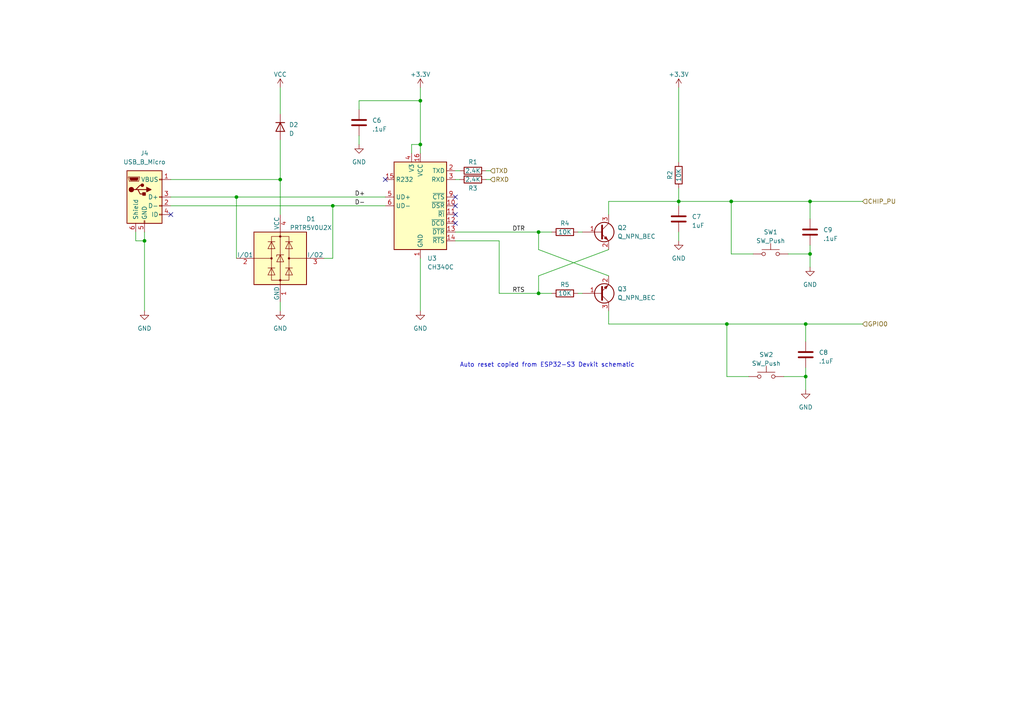
<source format=kicad_sch>
(kicad_sch (version 20230121) (generator eeschema)
  (paper "A4")
  (lib_symbols
    (symbol "Connector:USB_B_Micro" (pin_names (offset 1.016))
      (property "Reference" "J" (at -5.08 11.43 0))
      (property "Value" "USB_B_Micro" (at -5.08 8.89 0))
      (symbol "USB_B_Micro_0_1"
        (rectangle (start -5.08 -7.62) (end 5.08 7.62) (stroke (width 0.254)) (fill (type background)))
        (circle (center -3.81 2.159) (radius 0.635) (stroke (width 0.254)) (fill (type outline)))
        (circle (center -0.635 3.429) (radius 0.381) (stroke (width 0.254)) (fill (type outline)))
        (rectangle (start -0.127 -7.62) (end 0.127 -6.858))
        (polyline (pts (xy -1.905 2.159) (xy 0.635 2.159)) (stroke (width 0.254)))
        (polyline (pts (xy -3.175 2.159) (xy -2.54 2.159) (xy -1.27 3.429) (xy -0.635 3.429)) (stroke (width 0.254)))
        (polyline (pts (xy -2.54 2.159) (xy -1.905 2.159) (xy -1.27 0.889) (xy 0 0.889)) (stroke (width 0.254)))
        (polyline (pts (xy 0.635 2.794) (xy 0.635 1.524) (xy 1.905 2.159) (xy 0.635 2.794)) (stroke (width 0.254)) (fill (type outline)))
        (polyline (pts (xy -4.318 5.588) (xy -1.778 5.588) (xy -2.032 4.826) (xy -4.064 4.826) (xy -4.318 5.588)) (fill (type outline)))
        (polyline (pts (xy -4.699 5.842) (xy -4.699 5.588) (xy -4.445 4.826) (xy -4.445 4.572) (xy -1.651 4.572) (xy -1.651 4.826) (xy -1.397 5.588) (xy -1.397 5.842) (xy -4.699 5.842)))
        (rectangle (start 0.254 1.27) (end -0.508 0.508) (stroke (width 0.254)) (fill (type outline)))
        (rectangle (start 5.08 -5.207) (end 4.318 -4.953))
        (rectangle (start 5.08 -2.667) (end 4.318 -2.413))
        (rectangle (start 5.08 -0.127) (end 4.318 0.127))
        (rectangle (start 5.08 4.953) (end 4.318 5.207))
      )
      (symbol "USB_B_Micro_1_1"
        (pin power_out line (at 7.62 5.08 180) (length 2.54) (name "VBUS") (number "1"))
        (pin bidirectional line (at 7.62 -2.54 180) (length 2.54) (name "D-") (number "2"))
        (pin bidirectional line (at 7.62 0 180) (length 2.54) (name "D+") (number "3"))
        (pin passive line (at 7.62 -5.08 180) (length 2.54) (name "ID") (number "4"))
        (pin power_out line (at 0 -10.16 90) (length 2.54) (name "GND") (number "5"))
        (pin passive line (at -2.54 -10.16 90) (length 2.54) (name "Shield") (number "6"))
      )
    )
    (symbol "Device:C" (pin_numbers hide) (pin_names (offset 0.254))
      (property "Reference" "C" (at 0.635 2.54 0))
      (property "Value" "C" (at 0.635 -2.54 0))
      (symbol "C_0_1"
        (polyline (pts (xy -2.032 -0.762) (xy 2.032 -0.762)) (stroke (width 0.508)))
        (polyline (pts (xy -2.032 0.762) (xy 2.032 0.762)) (stroke (width 0.508)))
      )
      (symbol "C_1_1"
        (pin passive line (at 0 3.81 270) (length 2.794) (name "~") (number "1"))
        (pin passive line (at 0 -3.81 90) (length 2.794) (name "~") (number "2"))
      )
    )
    (symbol "Device:D" (pin_numbers hide) (pin_names (offset 1.016) hide)
      (property "Reference" "D" (at 0 2.54 0))
      (property "Value" "D" (at 0 -2.54 0))
      (symbol "D_0_1"
        (polyline (pts (xy -1.27 1.27) (xy -1.27 -1.27)) (stroke (width 0.254)))
        (polyline (pts (xy 1.27 0) (xy -1.27 0)))
        (polyline (pts (xy 1.27 1.27) (xy 1.27 -1.27) (xy -1.27 0) (xy 1.27 1.27)) (stroke (width 0.254)))
      )
      (symbol "D_1_1"
        (pin passive line (at -3.81 0 0) (length 2.54) (name "K") (number "1"))
        (pin passive line (at 3.81 0 180) (length 2.54) (name "A") (number "2"))
      )
    )
    (symbol "Device:Q_NPN_BEC" (pin_names (offset 0) hide)
      (property "Reference" "Q" (at 5.08 1.27 0))
      (property "Value" "Q_NPN_BEC" (at 5.08 -1.27 0))
      (symbol "Q_NPN_BEC_0_1"
        (polyline (pts (xy 0.635 0.635) (xy 2.54 2.54)))
        (polyline (pts (xy 0.635 -0.635) (xy 2.54 -2.54) (xy 2.54 -2.54)))
        (polyline (pts (xy 0.635 1.905) (xy 0.635 -1.905) (xy 0.635 -1.905)) (stroke (width 0.508)))
        (polyline (pts (xy 1.27 -1.778) (xy 1.778 -1.27) (xy 2.286 -2.286) (xy 1.27 -1.778) (xy 1.27 -1.778)) (fill (type outline)))
        (circle (center 1.27 0) (radius 2.8194) (stroke (width 0.254)))
      )
      (symbol "Q_NPN_BEC_1_1"
        (pin input line (at -5.08 0 0) (length 5.715) (name "B") (number "1"))
        (pin passive line (at 2.54 -5.08 90) (length 2.54) (name "E") (number "2"))
        (pin passive line (at 2.54 5.08 270) (length 2.54) (name "C") (number "3"))
      )
    )
    (symbol "Device:R" (pin_numbers hide) (pin_names (offset 0))
      (property "Reference" "R" (at 2.032 0 90))
      (property "Value" "R" (at 0 0 90))
      (symbol "R_0_1"
        (rectangle (start -1.016 -2.54) (end 1.016 2.54) (stroke (width 0.254)))
      )
      (symbol "R_1_1"
        (pin passive line (at 0 3.81 270) (length 1.27) (name "~") (number "1"))
        (pin passive line (at 0 -3.81 90) (length 1.27) (name "~") (number "2"))
      )
    )
    (symbol "Interface_USB:CH340C"
      (property "Reference" "U" (at -5.08 13.97 0))
      (property "Value" "CH340C" (at 1.27 13.97 0))
      (symbol "CH340C_0_1"
        (rectangle (start -7.62 12.7) (end 7.62 -12.7) (stroke (width 0.254)) (fill (type background)))
      )
      (symbol "CH340C_1_1"
        (pin power_in line (at 0 -15.24 90) (length 2.54) (name "GND") (number "1"))
        (pin input line (at 10.16 0 180) (length 2.54) (name "~{DSR}") (number "10"))
        (pin input line (at 10.16 -2.54 180) (length 2.54) (name "~{RI}") (number "11"))
        (pin input line (at 10.16 -5.08 180) (length 2.54) (name "~{DCD}") (number "12"))
        (pin output line (at 10.16 -7.62 180) (length 2.54) (name "~{DTR}") (number "13"))
        (pin output line (at 10.16 -10.16 180) (length 2.54) (name "~{RTS}") (number "14"))
        (pin input line (at -10.16 7.62 0) (length 2.54) (name "R232") (number "15"))
        (pin power_in line (at 0 15.24 270) (length 2.54) (name "VCC") (number "16"))
        (pin output line (at 10.16 10.16 180) (length 2.54) (name "TXD") (number "2"))
        (pin input line (at 10.16 7.62 180) (length 2.54) (name "RXD") (number "3"))
        (pin passive line (at -2.54 15.24 270) (length 2.54) (name "V3") (number "4"))
        (pin bidirectional line (at -10.16 2.54 0) (length 2.54) (name "UD+") (number "5"))
        (pin bidirectional line (at -10.16 0 0) (length 2.54) (name "UD-") (number "6"))
        (pin no_connect line (at -7.62 -7.62 0) (length 2.54) hide (name "NC") (number "7"))
        (pin no_connect line (at -7.62 -10.16 0) (length 2.54) hide (name "NC") (number "8"))
        (pin input line (at 10.16 2.54 180) (length 2.54) (name "~{CTS}") (number "9"))
      )
    )
    (symbol "Power_Protection:PRTR5V0U2X" (pin_names (offset 0))
      (property "Reference" "D" (at 2.794 8.636 0))
      (property "Value" "PRTR5V0U2X" (at 8.128 -9.398 0))
      (symbol "PRTR5V0U2X_0_1"
        (rectangle (start -7.62 -7.62) (end 7.62 7.62) (stroke (width 0.254)) (fill (type background)))
        (circle (center -2.54 0) (radius 0.254) (fill (type outline)))
        (rectangle (start -2.54 6.35) (end 2.54 -6.35))
        (circle (center 0 -6.35) (radius 0.254) (fill (type outline)))
        (polyline (pts (xy -2.54 0) (xy -7.62 0)))
        (polyline (pts (xy -1.524 -2.794) (xy -3.556 -2.794)))
        (polyline (pts (xy -1.524 4.826) (xy -3.556 4.826)))
        (polyline (pts (xy 0 -7.62) (xy 0 7.62)))
        (polyline (pts (xy 1.524 -2.794) (xy 3.556 -2.794)))
        (polyline (pts (xy 1.524 4.826) (xy 3.556 4.826)))
        (polyline (pts (xy 2.54 0) (xy 7.62 0)))
        (polyline (pts (xy 1.016 1.016) (xy -1.016 1.016) (xy -1.016 0.508)))
        (polyline (pts (xy -3.556 -4.826) (xy -1.524 -4.826) (xy -2.54 -2.794) (xy -3.556 -4.826)))
        (polyline (pts (xy -3.556 2.794) (xy -1.524 2.794) (xy -2.54 4.826) (xy -3.556 2.794)))
        (polyline (pts (xy -1.016 -1.016) (xy 1.016 -1.016) (xy 0 1.016) (xy -1.016 -1.016)))
        (polyline (pts (xy 3.556 -4.826) (xy 1.524 -4.826) (xy 2.54 -2.794) (xy 3.556 -4.826)))
        (polyline (pts (xy 3.556 2.794) (xy 1.524 2.794) (xy 2.54 4.826) (xy 3.556 2.794)))
        (circle (center 0 6.35) (radius 0.254) (fill (type outline)))
        (circle (center 2.54 0) (radius 0.254) (fill (type outline)))
      )
      (symbol "PRTR5V0U2X_1_1"
        (pin passive line (at 0 -12.7 90) (length 5.08) (name "GND") (number "1"))
        (pin passive line (at -12.7 0 0) (length 5.08) (name "I/O1") (number "2"))
        (pin passive line (at 12.7 0 180) (length 5.08) (name "I/O2") (number "3"))
        (pin passive line (at 0 12.7 270) (length 5.08) (name "VCC") (number "4"))
      )
    )
    (symbol "Switch:SW_Push" (pin_numbers hide) (pin_names (offset 1.016) hide)
      (property "Reference" "SW" (at 1.27 2.54 0))
      (property "Value" "SW_Push" (at 0 -1.524 0))
      (symbol "SW_Push_0_1"
        (circle (center -2.032 0) (radius 0.508))
        (polyline (pts (xy 0 1.27) (xy 0 3.048)))
        (polyline (pts (xy 2.54 1.27) (xy -2.54 1.27)))
        (circle (center 2.032 0) (radius 0.508))
        (pin passive line (at -5.08 0 0) (length 2.54) (name "1") (number "1"))
        (pin passive line (at 5.08 0 180) (length 2.54) (name "2") (number "2"))
      )
    )
    (symbol "power:+3.3V" (power) (pin_names (offset 0))
      (property "Value" "+3.3V" (at 0 3.556 0))
      (symbol "+3.3V_0_1"
        (polyline (pts (xy -0.762 1.27) (xy 0 2.54)))
        (polyline (pts (xy 0 0) (xy 0 2.54)))
        (polyline (pts (xy 0 2.54) (xy 0.762 1.27)))
      )
      (symbol "+3.3V_1_1"
        (pin power_in line (at 0 0 90) (length 0) hide (name "+3.3V") (number "1"))
      )
    )
    (symbol "power:GND" (power) (pin_names (offset 0))
      (property "Value" "GND" (at 0 -3.81 0))
      (symbol "GND_0_1"
        (polyline (pts (xy 0 0) (xy 0 -1.27) (xy 1.27 -1.27) (xy 0 -2.54) (xy -1.27 -1.27) (xy 0 -1.27)))
      )
      (symbol "GND_1_1"
        (pin power_in line (at 0 0 270) (length 0) hide (name "GND") (number "1"))
      )
    )
    (symbol "power:VCC" (power) (pin_names (offset 0))
      (property "Value" "VCC" (at 0 3.81 0))
      (symbol "VCC_0_1"
        (polyline (pts (xy -0.762 1.27) (xy 0 2.54)))
        (polyline (pts (xy 0 0) (xy 0 2.54)))
        (polyline (pts (xy 0 2.54) (xy 0.762 1.27)))
      )
      (symbol "VCC_1_1"
        (pin power_in line (at 0 0 90) (length 0) hide (name "VCC") (number "1"))
      )
    )
  )
  (junction (at 233.68 109.22))
  (junction (at 196.85 58.42))
  (junction (at 210.82 93.98))
  (junction (at 156.21 67.31))
  (junction (at 234.95 58.42))
  (junction (at 81.28 52.07))
  (junction (at 212.09 58.42))
  (junction (at 121.92 29.21))
  (junction (at 121.92 41.91))
  (junction (at 41.91 69.85))
  (junction (at 68.58 57.15))
  (junction (at 96.52 59.69))
  (junction (at 233.68 93.98))
  (junction (at 156.21 85.09))
  (junction (at 234.95 73.66))
  (no_connect (at 132.08 57.15))
  (no_connect (at 132.08 62.23))
  (no_connect (at 132.08 64.77))
  (no_connect (at 111.76 52.07))
  (no_connect (at 132.08 59.69))
  (no_connect (at 49.53 62.23))
  (wire (pts (xy 227.33 109.22) (xy 233.68 109.22)))
  (wire (pts (xy 176.53 93.98) (xy 176.53 90.17)))
  (wire (pts (xy 121.92 29.21) (xy 121.92 41.91)))
  (wire (pts (xy 196.85 58.42) (xy 196.85 59.69)))
  (wire (pts (xy 133.35 49.53) (xy 132.08 49.53)))
  (wire (pts (xy 218.44 73.66) (xy 212.09 73.66)))
  (wire (pts (xy 142.24 49.53) (xy 140.97 49.53)))
  (wire (pts (xy 212.09 73.66) (xy 212.09 58.42)))
  (wire (pts (xy 196.85 69.85) (xy 196.85 67.31)))
  (wire (pts (xy 233.68 99.06) (xy 233.68 93.98)))
  (wire (pts (xy 119.38 41.91) (xy 121.92 41.91)))
  (wire (pts (xy 81.28 25.4) (xy 81.28 33.02)))
  (wire (pts (xy 39.37 69.85) (xy 41.91 69.85)))
  (wire (pts (xy 234.95 58.42) (xy 250.19 58.42)))
  (wire (pts (xy 39.37 67.31) (xy 39.37 69.85)))
  (wire (pts (xy 144.78 85.09) (xy 156.21 85.09)))
  (wire (pts (xy 104.14 41.91) (xy 104.14 39.37)))
  (wire (pts (xy 196.85 25.4) (xy 196.85 46.99)))
  (wire (pts (xy 81.28 52.07) (xy 81.28 62.23)))
  (wire (pts (xy 142.24 52.07) (xy 140.97 52.07)))
  (wire (pts (xy 233.68 93.98) (xy 210.82 93.98)))
  (wire (pts (xy 176.53 58.42) (xy 196.85 58.42)))
  (wire (pts (xy 233.68 113.03) (xy 233.68 109.22)))
  (wire (pts (xy 167.64 67.31) (xy 168.91 67.31)))
  (wire (pts (xy 119.38 44.45) (xy 119.38 41.91)))
  (wire (pts (xy 196.85 58.42) (xy 212.09 58.42)))
  (wire (pts (xy 144.78 69.85) (xy 144.78 85.09)))
  (wire (pts (xy 156.21 80.01) (xy 156.21 85.09)))
  (wire (pts (xy 212.09 58.42) (xy 234.95 58.42)))
  (wire (pts (xy 167.64 85.09) (xy 168.91 85.09)))
  (wire (pts (xy 81.28 87.63) (xy 81.28 90.17)))
  (wire (pts (xy 68.58 74.93) (xy 68.58 57.15)))
  (wire (pts (xy 210.82 109.22) (xy 210.82 93.98)))
  (wire (pts (xy 96.52 74.93) (xy 93.98 74.93)))
  (wire (pts (xy 132.08 67.31) (xy 156.21 67.31)))
  (wire (pts (xy 121.92 25.4) (xy 121.92 29.21)))
  (wire (pts (xy 96.52 59.69) (xy 111.76 59.69)))
  (wire (pts (xy 234.95 77.47) (xy 234.95 73.66)))
  (wire (pts (xy 41.91 69.85) (xy 41.91 90.17)))
  (wire (pts (xy 68.58 57.15) (xy 111.76 57.15)))
  (wire (pts (xy 210.82 93.98) (xy 176.53 93.98)))
  (wire (pts (xy 49.53 52.07) (xy 81.28 52.07)))
  (wire (pts (xy 217.17 109.22) (xy 210.82 109.22)))
  (wire (pts (xy 104.14 29.21) (xy 121.92 29.21)))
  (wire (pts (xy 156.21 67.31) (xy 156.21 72.39)))
  (wire (pts (xy 234.95 73.66) (xy 234.95 71.12)))
  (wire (pts (xy 233.68 109.22) (xy 233.68 106.68)))
  (wire (pts (xy 81.28 40.64) (xy 81.28 52.07)))
  (wire (pts (xy 156.21 80.01) (xy 176.53 72.39)))
  (wire (pts (xy 250.19 93.98) (xy 233.68 93.98)))
  (wire (pts (xy 133.35 52.07) (xy 132.08 52.07)))
  (wire (pts (xy 176.53 62.23) (xy 176.53 58.42)))
  (wire (pts (xy 49.53 59.69) (xy 96.52 59.69)))
  (wire (pts (xy 121.92 74.93) (xy 121.92 90.17)))
  (wire (pts (xy 176.53 80.01) (xy 156.21 72.39)))
  (wire (pts (xy 160.02 85.09) (xy 156.21 85.09)))
  (wire (pts (xy 49.53 57.15) (xy 68.58 57.15)))
  (wire (pts (xy 234.95 63.5) (xy 234.95 58.42)))
  (wire (pts (xy 121.92 41.91) (xy 121.92 44.45)))
  (wire (pts (xy 96.52 59.69) (xy 96.52 74.93)))
  (wire (pts (xy 41.91 67.31) (xy 41.91 69.85)))
  (wire (pts (xy 160.02 67.31) (xy 156.21 67.31)))
  (wire (pts (xy 196.85 54.61) (xy 196.85 58.42)))
  (wire (pts (xy 104.14 29.21) (xy 104.14 31.75)))
  (wire (pts (xy 228.6 73.66) (xy 234.95 73.66)))
  (wire (pts (xy 132.08 69.85) (xy 144.78 69.85)))
  (text "Auto reset copied from ESP32-S3 Devkit schematic" (at 133.35 106.68 0) (effects (font (size 1.27 1.27)) (justify left bottom)))
  (label "DTR" (at 148.59 67.31 0))
  (label "RTS" (at 148.59 85.09 0))
  (label "D-" (at 102.87 59.69 0))
  (label "D+" (at 102.87 57.15 0))
  (hierarchical_label "TXD" (shape input) (at 142.24 49.53 0))
  (hierarchical_label "RXD" (shape input) (at 142.24 52.07 0))
  (hierarchical_label "CHIP_PU" (shape input) (at 250.19 58.42 0))
  (hierarchical_label "GPIO0" (shape input) (at 250.19 93.98 0))
  (symbol (lib_id "power:GND") (at 196.85 69.85 0) (unit 1)
    (property "Reference" "#PWR014" (effects hide))
    (property "Value" "GND" (at 196.85 74.93 0))
  )
  (symbol (lib_id "Device:C") (at 234.95 67.31 0) (unit 1)
    (property "Reference" "C9" (at 238.76 66.675 0) (effects (justify left)))
    (property "Value" ".1uF" (at 238.76 69.215 0) (effects (justify left)))
    (property "Footprint" "Capacitor_SMD:C_0805_2012Metric" (effects hide))
  )
  (symbol (lib_id "Power_Protection:PRTR5V0U2X") (at 81.28 74.93 0) (unit 1)
    (property "Reference" "D1" (at 90.17 63.5 0))
    (property "Value" "PRTR5V0U2X" (at 90.17 66.04 0))
    (property "Footprint" "Package_TO_SOT_SMD:SOT-143" (effects hide))
    (property "Datasheet" "https://assets.nexperia.com/documents/data-sheet/PRTR5V0U2X.pdf" (effects hide))
    (property "LCSC" "C2827688" (effects hide))
    (property "LCSC Part" "C2827688" (effects hide))
  )
  (symbol (lib_id "Device:C") (at 104.14 35.56 0) (unit 1)
    (property "Reference" "C6" (at 107.95 34.925 0) (effects (justify left)))
    (property "Value" ".1uF" (at 107.95 37.465 0) (effects (justify left)))
    (property "Footprint" "Capacitor_SMD:C_0805_2012Metric" (effects hide))
  )
  (symbol (lib_id "Switch:SW_Push") (at 223.52 73.66 0) (unit 1)
    (property "Reference" "SW1" (at 223.52 67.31 0))
    (property "Value" "SW_Push" (at 223.52 69.85 0))
    (property "Footprint" "Button_Switch_THT:SW_TH_Tactile_Omron_B3F-10xx" (effects hide))
  )
  (symbol (lib_id "power:GND") (at 234.95 77.47 0) (unit 1)
    (property "Reference" "#PWR016" (effects hide))
    (property "Value" "GND" (at 234.95 82.55 0))
  )
  (symbol (lib_id "Device:R") (at 137.16 52.07 90) (unit 1)
    (property "Reference" "R3" (at 137.16 54.61 90))
    (property "Value" "2.4K" (at 137.16 52.07 90))
    (property "Footprint" "Resistor_SMD:R_0805_2012Metric" (effects hide))
    (property "LCSC" "C17526" (effects hide))
    (property "LCSC Part" "C17526" (effects hide))
  )
  (symbol (lib_id "power:GND") (at 121.92 90.17 0) (unit 1)
    (property "Reference" "#PWR010" (effects hide))
    (property "Value" "GND" (at 121.92 95.25 0))
  )
  (symbol (lib_id "power:GND") (at 41.91 90.17 0) (unit 1)
    (property "Reference" "#PWR08" (effects hide))
    (property "Value" "GND" (at 41.91 95.25 0))
  )
  (symbol (lib_id "power:GND") (at 233.68 113.03 0) (unit 1)
    (property "Reference" "#PWR015" (effects hide))
    (property "Value" "GND" (at 233.68 118.11 0))
  )
  (symbol (lib_id "power:GND") (at 81.28 90.17 0) (unit 1)
    (property "Reference" "#PWR09" (effects hide))
    (property "Value" "GND" (at 81.28 95.25 0))
  )
  (symbol (lib_id "Device:C") (at 196.85 63.5 0) (unit 1)
    (property "Reference" "C7" (at 200.66 62.865 0) (effects (justify left)))
    (property "Value" "1uF" (at 200.66 65.405 0) (effects (justify left)))
    (property "Footprint" "Capacitor_SMD:C_0805_2012Metric" (effects hide))
  )
  (symbol (lib_id "Device:R") (at 163.83 67.31 90) (unit 1)
    (property "Reference" "R4" (at 163.83 64.77 90))
    (property "Value" "10K" (at 163.83 67.31 90))
    (property "Footprint" "Resistor_SMD:R_0805_2012Metric" (effects hide))
    (property "LCSC" "C17414" (effects hide))
    (property "LCSC Part" "C17414" (effects hide))
  )
  (symbol (lib_id "Interface_USB:CH340C") (at 121.92 59.69 0) (unit 1)
    (property "Reference" "U3" (at 123.9394 74.93 0) (effects (justify left)))
    (property "Value" "CH340C" (at 123.9394 77.47 0) (effects (justify left)))
    (property "Footprint" "Package_SO:SOIC-16_3.9x9.9mm_P1.27mm" (effects hide))
    (property "Datasheet" "https://datasheet.lcsc.com/szlcsc/Jiangsu-Qin-Heng-CH340C_C84681.pdf" (effects hide))
    (property "LCSC" " C84681" (effects hide))
    (property "LCSC Part" " C84681" (effects hide))
  )
  (symbol (lib_id "Device:R") (at 163.83 85.09 90) (unit 1)
    (property "Reference" "R5" (at 163.83 82.55 90))
    (property "Value" "10K" (at 163.83 85.09 90))
    (property "Footprint" "Resistor_SMD:R_0805_2012Metric" (effects hide))
    (property "LCSC" "C17414" (effects hide))
    (property "LCSC Part" "C17414" (effects hide))
  )
  (symbol (lib_id "power:VCC") (at 81.28 25.4 0) (unit 1)
    (property "Reference" "#PWR03" (effects hide))
    (property "Value" "VCC" (at 81.28 21.59 0))
  )
  (symbol (lib_id "Device:C") (at 233.68 102.87 0) (unit 1)
    (property "Reference" "C8" (at 237.49 102.235 0) (effects (justify left)))
    (property "Value" ".1uF" (at 237.49 104.775 0) (effects (justify left)))
    (property "Footprint" "Capacitor_SMD:C_0805_2012Metric" (effects hide))
  )
  (symbol (lib_id "Device:R") (at 137.16 49.53 90) (unit 1)
    (property "Reference" "R1" (at 137.16 46.99 90))
    (property "Value" "2.4K" (at 137.16 49.53 90))
    (property "Footprint" "Resistor_SMD:R_0805_2012Metric" (effects hide))
    (property "LCSC" "C17526" (effects hide))
    (property "LCSC Part" "C17526" (effects hide))
  )
  (symbol (lib_id "Device:Q_NPN_BEC") (at 173.99 85.09 0) (mirror x) (unit 1)
    (property "Reference" "Q3" (at 179.07 83.8199 0) (effects (justify left)))
    (property "Value" "Q_NPN_BEC" (at 179.07 86.3599 0) (effects (justify left)))
    (property "Footprint" "Package_TO_SOT_SMD:SOT-23" (effects hide))
    (property "LCSC" "C20526" (effects hide))
    (property "LCSC Part" "C20526" (effects hide))
  )
  (symbol (lib_id "power:+3.3V") (at 196.85 25.4 0) (unit 1)
    (property "Reference" "#PWR013" (effects hide))
    (property "Value" "+3.3V" (at 196.85 21.59 0))
  )
  (symbol (lib_id "Connector:USB_B_Micro") (at 41.91 57.15 0) (unit 1)
    (property "Reference" "J4" (at 41.91 44.45 0))
    (property "Value" "USB_B_Micro" (at 41.91 46.99 0))
    (property "Footprint" "Connector_USB:USB_Micro-B_Amphenol_10118194_Horizontal" (effects hide))
    (property "LCSC" "C132563" (effects hide))
    (property "LCSC Part" "C132563" (effects hide))
  )
  (symbol (lib_id "Switch:SW_Push") (at 222.25 109.22 0) (unit 1)
    (property "Reference" "SW2" (at 222.25 102.87 0))
    (property "Value" "SW_Push" (at 222.25 105.41 0))
    (property "Footprint" "Button_Switch_THT:SW_TH_Tactile_Omron_B3F-10xx" (effects hide))
  )
  (symbol (lib_id "Device:Q_NPN_BEC") (at 173.99 67.31 0) (unit 1)
    (property "Reference" "Q2" (at 179.07 66.0399 0) (effects (justify left)))
    (property "Value" "Q_NPN_BEC" (at 179.07 68.5799 0) (effects (justify left)))
    (property "Footprint" "Package_TO_SOT_SMD:SOT-23" (effects hide))
    (property "LCSC" "C20526" (effects hide))
    (property "LCSC Part" "C20526" (effects hide))
  )
  (symbol (lib_id "power:+3.3V") (at 121.92 25.4 0) (unit 1)
    (property "Reference" "#PWR05" (effects hide))
    (property "Value" "+3.3V" (at 121.92 21.59 0))
  )
  (symbol (lib_id "power:GND") (at 104.14 41.91 0) (unit 1)
    (property "Reference" "#PWR04" (effects hide))
    (property "Value" "GND" (at 104.14 46.99 0))
  )
  (symbol (lib_id "Device:R") (at 196.85 50.8 180) (unit 1)
    (property "Reference" "R2" (at 194.31 50.8 90))
    (property "Value" "10K" (at 196.85 50.8 90))
    (property "Footprint" "Resistor_SMD:R_0805_2012Metric" (effects hide))
    (property "LCSC" "C17414" (effects hide))
    (property "LCSC Part" "C17414" (effects hide))
  )
  (symbol (lib_id "Device:D") (at 81.28 36.83 270) (unit 1)
    (property "Reference" "D2" (at 83.82 36.195 90) (effects (justify left)))
    (property "Value" "D" (at 83.82 38.735 90) (effects (justify left)))
    (property "Footprint" "Diode_SMD:D_SOD-123" (effects hide))
    (property "LCSC" "C64898" (effects hide))
    (property "LCSC Part" "C64898" (effects hide))
  )
)
</source>
